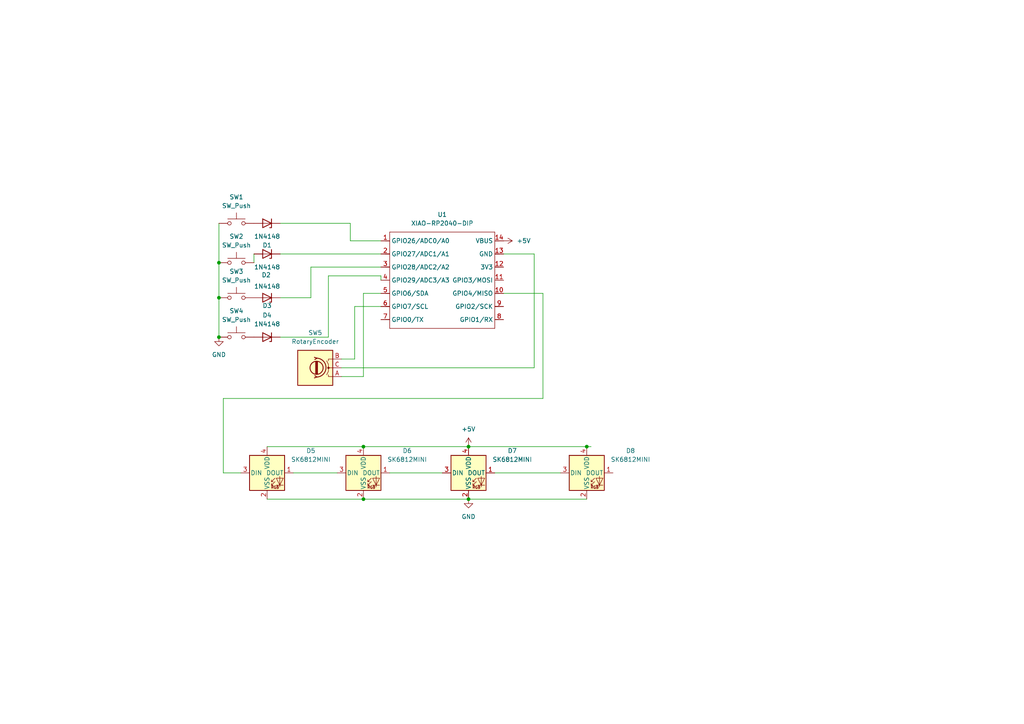
<source format=kicad_sch>
(kicad_sch
	(version 20250114)
	(generator "eeschema")
	(generator_version "9.0")
	(uuid "3edf6f0d-8501-476f-a651-afe38f6f2626")
	(paper "A4")
	(lib_symbols
		(symbol "Device:RotaryEncoder"
			(pin_names
				(offset 0.254)
				(hide yes)
			)
			(exclude_from_sim no)
			(in_bom yes)
			(on_board yes)
			(property "Reference" "SW"
				(at 0 6.604 0)
				(effects
					(font
						(size 1.27 1.27)
					)
				)
			)
			(property "Value" "RotaryEncoder"
				(at 0 -6.604 0)
				(effects
					(font
						(size 1.27 1.27)
					)
				)
			)
			(property "Footprint" ""
				(at -3.81 4.064 0)
				(effects
					(font
						(size 1.27 1.27)
					)
					(hide yes)
				)
			)
			(property "Datasheet" "~"
				(at 0 6.604 0)
				(effects
					(font
						(size 1.27 1.27)
					)
					(hide yes)
				)
			)
			(property "Description" "Rotary encoder, dual channel, incremental quadrate outputs"
				(at 0 0 0)
				(effects
					(font
						(size 1.27 1.27)
					)
					(hide yes)
				)
			)
			(property "ki_keywords" "rotary switch encoder"
				(at 0 0 0)
				(effects
					(font
						(size 1.27 1.27)
					)
					(hide yes)
				)
			)
			(property "ki_fp_filters" "RotaryEncoder*"
				(at 0 0 0)
				(effects
					(font
						(size 1.27 1.27)
					)
					(hide yes)
				)
			)
			(symbol "RotaryEncoder_0_1"
				(rectangle
					(start -5.08 5.08)
					(end 5.08 -5.08)
					(stroke
						(width 0.254)
						(type default)
					)
					(fill
						(type background)
					)
				)
				(polyline
					(pts
						(xy -5.08 2.54) (xy -3.81 2.54) (xy -3.81 2.032)
					)
					(stroke
						(width 0)
						(type default)
					)
					(fill
						(type none)
					)
				)
				(polyline
					(pts
						(xy -5.08 0) (xy -3.81 0) (xy -3.81 -1.016) (xy -3.302 -2.032)
					)
					(stroke
						(width 0)
						(type default)
					)
					(fill
						(type none)
					)
				)
				(polyline
					(pts
						(xy -5.08 -2.54) (xy -3.81 -2.54) (xy -3.81 -2.032)
					)
					(stroke
						(width 0)
						(type default)
					)
					(fill
						(type none)
					)
				)
				(polyline
					(pts
						(xy -4.318 0) (xy -3.81 0) (xy -3.81 1.016) (xy -3.302 2.032)
					)
					(stroke
						(width 0)
						(type default)
					)
					(fill
						(type none)
					)
				)
				(circle
					(center -3.81 0)
					(radius 0.254)
					(stroke
						(width 0)
						(type default)
					)
					(fill
						(type outline)
					)
				)
				(polyline
					(pts
						(xy -0.635 -1.778) (xy -0.635 1.778)
					)
					(stroke
						(width 0.254)
						(type default)
					)
					(fill
						(type none)
					)
				)
				(circle
					(center -0.381 0)
					(radius 1.905)
					(stroke
						(width 0.254)
						(type default)
					)
					(fill
						(type none)
					)
				)
				(polyline
					(pts
						(xy -0.381 -1.778) (xy -0.381 1.778)
					)
					(stroke
						(width 0.254)
						(type default)
					)
					(fill
						(type none)
					)
				)
				(arc
					(start -0.381 -2.794)
					(mid -3.0988 -0.0635)
					(end -0.381 2.667)
					(stroke
						(width 0.254)
						(type default)
					)
					(fill
						(type none)
					)
				)
				(polyline
					(pts
						(xy -0.127 1.778) (xy -0.127 -1.778)
					)
					(stroke
						(width 0.254)
						(type default)
					)
					(fill
						(type none)
					)
				)
				(polyline
					(pts
						(xy 0.254 2.921) (xy -0.508 2.667) (xy 0.127 2.286)
					)
					(stroke
						(width 0.254)
						(type default)
					)
					(fill
						(type none)
					)
				)
				(polyline
					(pts
						(xy 0.254 -3.048) (xy -0.508 -2.794) (xy 0.127 -2.413)
					)
					(stroke
						(width 0.254)
						(type default)
					)
					(fill
						(type none)
					)
				)
			)
			(symbol "RotaryEncoder_1_1"
				(pin passive line
					(at -7.62 2.54 0)
					(length 2.54)
					(name "A"
						(effects
							(font
								(size 1.27 1.27)
							)
						)
					)
					(number "A"
						(effects
							(font
								(size 1.27 1.27)
							)
						)
					)
				)
				(pin passive line
					(at -7.62 0 0)
					(length 2.54)
					(name "C"
						(effects
							(font
								(size 1.27 1.27)
							)
						)
					)
					(number "C"
						(effects
							(font
								(size 1.27 1.27)
							)
						)
					)
				)
				(pin passive line
					(at -7.62 -2.54 0)
					(length 2.54)
					(name "B"
						(effects
							(font
								(size 1.27 1.27)
							)
						)
					)
					(number "B"
						(effects
							(font
								(size 1.27 1.27)
							)
						)
					)
				)
			)
			(embedded_fonts no)
		)
		(symbol "Diode:1N47xxA"
			(pin_numbers
				(hide yes)
			)
			(pin_names
				(hide yes)
			)
			(exclude_from_sim no)
			(in_bom yes)
			(on_board yes)
			(property "Reference" "D"
				(at 0 2.54 0)
				(effects
					(font
						(size 1.27 1.27)
					)
				)
			)
			(property "Value" "1N47xxA"
				(at 0 -2.54 0)
				(effects
					(font
						(size 1.27 1.27)
					)
				)
			)
			(property "Footprint" "Diode_THT:D_DO-41_SOD81_P10.16mm_Horizontal"
				(at 0 -4.445 0)
				(effects
					(font
						(size 1.27 1.27)
					)
					(hide yes)
				)
			)
			(property "Datasheet" "https://www.vishay.com/docs/85816/1n4728a.pdf"
				(at 0 0 0)
				(effects
					(font
						(size 1.27 1.27)
					)
					(hide yes)
				)
			)
			(property "Description" "1300mW Silicon planar power Zener diodes, DO-41"
				(at 0 0 0)
				(effects
					(font
						(size 1.27 1.27)
					)
					(hide yes)
				)
			)
			(property "ki_keywords" "zener diode"
				(at 0 0 0)
				(effects
					(font
						(size 1.27 1.27)
					)
					(hide yes)
				)
			)
			(property "ki_fp_filters" "D*DO?41*"
				(at 0 0 0)
				(effects
					(font
						(size 1.27 1.27)
					)
					(hide yes)
				)
			)
			(symbol "1N47xxA_0_1"
				(polyline
					(pts
						(xy -1.27 -1.27) (xy -1.27 1.27) (xy -0.762 1.27)
					)
					(stroke
						(width 0.254)
						(type default)
					)
					(fill
						(type none)
					)
				)
				(polyline
					(pts
						(xy 1.27 0) (xy -1.27 0)
					)
					(stroke
						(width 0)
						(type default)
					)
					(fill
						(type none)
					)
				)
				(polyline
					(pts
						(xy 1.27 -1.27) (xy 1.27 1.27) (xy -1.27 0) (xy 1.27 -1.27)
					)
					(stroke
						(width 0.254)
						(type default)
					)
					(fill
						(type none)
					)
				)
			)
			(symbol "1N47xxA_1_1"
				(pin passive line
					(at -3.81 0 0)
					(length 2.54)
					(name "K"
						(effects
							(font
								(size 1.27 1.27)
							)
						)
					)
					(number "1"
						(effects
							(font
								(size 1.27 1.27)
							)
						)
					)
				)
				(pin passive line
					(at 3.81 0 180)
					(length 2.54)
					(name "A"
						(effects
							(font
								(size 1.27 1.27)
							)
						)
					)
					(number "2"
						(effects
							(font
								(size 1.27 1.27)
							)
						)
					)
				)
			)
			(embedded_fonts no)
		)
		(symbol "LED:SK6812MINI"
			(pin_names
				(offset 0.254)
			)
			(exclude_from_sim no)
			(in_bom yes)
			(on_board yes)
			(property "Reference" "D"
				(at 5.08 5.715 0)
				(effects
					(font
						(size 1.27 1.27)
					)
					(justify right bottom)
				)
			)
			(property "Value" "SK6812MINI"
				(at 1.27 -5.715 0)
				(effects
					(font
						(size 1.27 1.27)
					)
					(justify left top)
				)
			)
			(property "Footprint" "LED_SMD:LED_SK6812MINI_PLCC4_3.5x3.5mm_P1.75mm"
				(at 1.27 -7.62 0)
				(effects
					(font
						(size 1.27 1.27)
					)
					(justify left top)
					(hide yes)
				)
			)
			(property "Datasheet" "https://cdn-shop.adafruit.com/product-files/2686/SK6812MINI_REV.01-1-2.pdf"
				(at 2.54 -9.525 0)
				(effects
					(font
						(size 1.27 1.27)
					)
					(justify left top)
					(hide yes)
				)
			)
			(property "Description" "RGB LED with integrated controller"
				(at 0 0 0)
				(effects
					(font
						(size 1.27 1.27)
					)
					(hide yes)
				)
			)
			(property "ki_keywords" "RGB LED NeoPixel Mini addressable"
				(at 0 0 0)
				(effects
					(font
						(size 1.27 1.27)
					)
					(hide yes)
				)
			)
			(property "ki_fp_filters" "LED*SK6812MINI*PLCC*3.5x3.5mm*P1.75mm*"
				(at 0 0 0)
				(effects
					(font
						(size 1.27 1.27)
					)
					(hide yes)
				)
			)
			(symbol "SK6812MINI_0_0"
				(text "RGB"
					(at 2.286 -4.191 0)
					(effects
						(font
							(size 0.762 0.762)
						)
					)
				)
			)
			(symbol "SK6812MINI_0_1"
				(polyline
					(pts
						(xy 1.27 -2.54) (xy 1.778 -2.54)
					)
					(stroke
						(width 0)
						(type default)
					)
					(fill
						(type none)
					)
				)
				(polyline
					(pts
						(xy 1.27 -3.556) (xy 1.778 -3.556)
					)
					(stroke
						(width 0)
						(type default)
					)
					(fill
						(type none)
					)
				)
				(polyline
					(pts
						(xy 2.286 -1.524) (xy 1.27 -2.54) (xy 1.27 -2.032)
					)
					(stroke
						(width 0)
						(type default)
					)
					(fill
						(type none)
					)
				)
				(polyline
					(pts
						(xy 2.286 -2.54) (xy 1.27 -3.556) (xy 1.27 -3.048)
					)
					(stroke
						(width 0)
						(type default)
					)
					(fill
						(type none)
					)
				)
				(polyline
					(pts
						(xy 3.683 -1.016) (xy 3.683 -3.556) (xy 3.683 -4.064)
					)
					(stroke
						(width 0)
						(type default)
					)
					(fill
						(type none)
					)
				)
				(polyline
					(pts
						(xy 4.699 -1.524) (xy 2.667 -1.524) (xy 3.683 -3.556) (xy 4.699 -1.524)
					)
					(stroke
						(width 0)
						(type default)
					)
					(fill
						(type none)
					)
				)
				(polyline
					(pts
						(xy 4.699 -3.556) (xy 2.667 -3.556)
					)
					(stroke
						(width 0)
						(type default)
					)
					(fill
						(type none)
					)
				)
				(rectangle
					(start 5.08 5.08)
					(end -5.08 -5.08)
					(stroke
						(width 0.254)
						(type default)
					)
					(fill
						(type background)
					)
				)
			)
			(symbol "SK6812MINI_1_1"
				(pin input line
					(at -7.62 0 0)
					(length 2.54)
					(name "DIN"
						(effects
							(font
								(size 1.27 1.27)
							)
						)
					)
					(number "3"
						(effects
							(font
								(size 1.27 1.27)
							)
						)
					)
				)
				(pin power_in line
					(at 0 7.62 270)
					(length 2.54)
					(name "VDD"
						(effects
							(font
								(size 1.27 1.27)
							)
						)
					)
					(number "4"
						(effects
							(font
								(size 1.27 1.27)
							)
						)
					)
				)
				(pin power_in line
					(at 0 -7.62 90)
					(length 2.54)
					(name "VSS"
						(effects
							(font
								(size 1.27 1.27)
							)
						)
					)
					(number "2"
						(effects
							(font
								(size 1.27 1.27)
							)
						)
					)
				)
				(pin output line
					(at 7.62 0 180)
					(length 2.54)
					(name "DOUT"
						(effects
							(font
								(size 1.27 1.27)
							)
						)
					)
					(number "1"
						(effects
							(font
								(size 1.27 1.27)
							)
						)
					)
				)
			)
			(embedded_fonts no)
		)
		(symbol "OPL:XIAO-RP2040-DIP"
			(exclude_from_sim no)
			(in_bom yes)
			(on_board yes)
			(property "Reference" "U"
				(at 0 0 0)
				(effects
					(font
						(size 1.27 1.27)
					)
				)
			)
			(property "Value" "XIAO-RP2040-DIP"
				(at 5.334 -1.778 0)
				(effects
					(font
						(size 1.27 1.27)
					)
				)
			)
			(property "Footprint" "Module:MOUDLE14P-XIAO-DIP-SMD"
				(at 14.478 -32.258 0)
				(effects
					(font
						(size 1.27 1.27)
					)
					(hide yes)
				)
			)
			(property "Datasheet" ""
				(at 0 0 0)
				(effects
					(font
						(size 1.27 1.27)
					)
					(hide yes)
				)
			)
			(property "Description" ""
				(at 0 0 0)
				(effects
					(font
						(size 1.27 1.27)
					)
					(hide yes)
				)
			)
			(symbol "XIAO-RP2040-DIP_1_0"
				(polyline
					(pts
						(xy -1.27 -2.54) (xy 29.21 -2.54)
					)
					(stroke
						(width 0.1524)
						(type solid)
					)
					(fill
						(type none)
					)
				)
				(polyline
					(pts
						(xy -1.27 -5.08) (xy -2.54 -5.08)
					)
					(stroke
						(width 0.1524)
						(type solid)
					)
					(fill
						(type none)
					)
				)
				(polyline
					(pts
						(xy -1.27 -5.08) (xy -1.27 -2.54)
					)
					(stroke
						(width 0.1524)
						(type solid)
					)
					(fill
						(type none)
					)
				)
				(polyline
					(pts
						(xy -1.27 -8.89) (xy -2.54 -8.89)
					)
					(stroke
						(width 0.1524)
						(type solid)
					)
					(fill
						(type none)
					)
				)
				(polyline
					(pts
						(xy -1.27 -8.89) (xy -1.27 -5.08)
					)
					(stroke
						(width 0.1524)
						(type solid)
					)
					(fill
						(type none)
					)
				)
				(polyline
					(pts
						(xy -1.27 -12.7) (xy -2.54 -12.7)
					)
					(stroke
						(width 0.1524)
						(type solid)
					)
					(fill
						(type none)
					)
				)
				(polyline
					(pts
						(xy -1.27 -12.7) (xy -1.27 -8.89)
					)
					(stroke
						(width 0.1524)
						(type solid)
					)
					(fill
						(type none)
					)
				)
				(polyline
					(pts
						(xy -1.27 -16.51) (xy -2.54 -16.51)
					)
					(stroke
						(width 0.1524)
						(type solid)
					)
					(fill
						(type none)
					)
				)
				(polyline
					(pts
						(xy -1.27 -16.51) (xy -1.27 -12.7)
					)
					(stroke
						(width 0.1524)
						(type solid)
					)
					(fill
						(type none)
					)
				)
				(polyline
					(pts
						(xy -1.27 -20.32) (xy -2.54 -20.32)
					)
					(stroke
						(width 0.1524)
						(type solid)
					)
					(fill
						(type none)
					)
				)
				(polyline
					(pts
						(xy -1.27 -24.13) (xy -2.54 -24.13)
					)
					(stroke
						(width 0.1524)
						(type solid)
					)
					(fill
						(type none)
					)
				)
				(polyline
					(pts
						(xy -1.27 -27.94) (xy -2.54 -27.94)
					)
					(stroke
						(width 0.1524)
						(type solid)
					)
					(fill
						(type none)
					)
				)
				(polyline
					(pts
						(xy -1.27 -30.48) (xy -1.27 -16.51)
					)
					(stroke
						(width 0.1524)
						(type solid)
					)
					(fill
						(type none)
					)
				)
				(polyline
					(pts
						(xy 29.21 -2.54) (xy 29.21 -5.08)
					)
					(stroke
						(width 0.1524)
						(type solid)
					)
					(fill
						(type none)
					)
				)
				(polyline
					(pts
						(xy 29.21 -5.08) (xy 29.21 -8.89)
					)
					(stroke
						(width 0.1524)
						(type solid)
					)
					(fill
						(type none)
					)
				)
				(polyline
					(pts
						(xy 29.21 -8.89) (xy 29.21 -12.7)
					)
					(stroke
						(width 0.1524)
						(type solid)
					)
					(fill
						(type none)
					)
				)
				(polyline
					(pts
						(xy 29.21 -12.7) (xy 29.21 -30.48)
					)
					(stroke
						(width 0.1524)
						(type solid)
					)
					(fill
						(type none)
					)
				)
				(polyline
					(pts
						(xy 29.21 -30.48) (xy -1.27 -30.48)
					)
					(stroke
						(width 0.1524)
						(type solid)
					)
					(fill
						(type none)
					)
				)
				(polyline
					(pts
						(xy 30.48 -5.08) (xy 29.21 -5.08)
					)
					(stroke
						(width 0.1524)
						(type solid)
					)
					(fill
						(type none)
					)
				)
				(polyline
					(pts
						(xy 30.48 -8.89) (xy 29.21 -8.89)
					)
					(stroke
						(width 0.1524)
						(type solid)
					)
					(fill
						(type none)
					)
				)
				(polyline
					(pts
						(xy 30.48 -12.7) (xy 29.21 -12.7)
					)
					(stroke
						(width 0.1524)
						(type solid)
					)
					(fill
						(type none)
					)
				)
				(polyline
					(pts
						(xy 30.48 -16.51) (xy 29.21 -16.51)
					)
					(stroke
						(width 0.1524)
						(type solid)
					)
					(fill
						(type none)
					)
				)
				(polyline
					(pts
						(xy 30.48 -20.32) (xy 29.21 -20.32)
					)
					(stroke
						(width 0.1524)
						(type solid)
					)
					(fill
						(type none)
					)
				)
				(polyline
					(pts
						(xy 30.48 -24.13) (xy 29.21 -24.13)
					)
					(stroke
						(width 0.1524)
						(type solid)
					)
					(fill
						(type none)
					)
				)
				(polyline
					(pts
						(xy 30.48 -27.94) (xy 29.21 -27.94)
					)
					(stroke
						(width 0.1524)
						(type solid)
					)
					(fill
						(type none)
					)
				)
				(pin passive line
					(at -3.81 -5.08 0)
					(length 2.54)
					(name "GPIO26/ADC0/A0"
						(effects
							(font
								(size 1.27 1.27)
							)
						)
					)
					(number "1"
						(effects
							(font
								(size 1.27 1.27)
							)
						)
					)
				)
				(pin passive line
					(at -3.81 -8.89 0)
					(length 2.54)
					(name "GPIO27/ADC1/A1"
						(effects
							(font
								(size 1.27 1.27)
							)
						)
					)
					(number "2"
						(effects
							(font
								(size 1.27 1.27)
							)
						)
					)
				)
				(pin passive line
					(at -3.81 -12.7 0)
					(length 2.54)
					(name "GPIO28/ADC2/A2"
						(effects
							(font
								(size 1.27 1.27)
							)
						)
					)
					(number "3"
						(effects
							(font
								(size 1.27 1.27)
							)
						)
					)
				)
				(pin passive line
					(at -3.81 -16.51 0)
					(length 2.54)
					(name "GPIO29/ADC3/A3"
						(effects
							(font
								(size 1.27 1.27)
							)
						)
					)
					(number "4"
						(effects
							(font
								(size 1.27 1.27)
							)
						)
					)
				)
				(pin passive line
					(at -3.81 -20.32 0)
					(length 2.54)
					(name "GPIO6/SDA"
						(effects
							(font
								(size 1.27 1.27)
							)
						)
					)
					(number "5"
						(effects
							(font
								(size 1.27 1.27)
							)
						)
					)
				)
				(pin passive line
					(at -3.81 -24.13 0)
					(length 2.54)
					(name "GPIO7/SCL"
						(effects
							(font
								(size 1.27 1.27)
							)
						)
					)
					(number "6"
						(effects
							(font
								(size 1.27 1.27)
							)
						)
					)
				)
				(pin passive line
					(at -3.81 -27.94 0)
					(length 2.54)
					(name "GPIO0/TX"
						(effects
							(font
								(size 1.27 1.27)
							)
						)
					)
					(number "7"
						(effects
							(font
								(size 1.27 1.27)
							)
						)
					)
				)
				(pin passive line
					(at 31.75 -5.08 180)
					(length 2.54)
					(name "VBUS"
						(effects
							(font
								(size 1.27 1.27)
							)
						)
					)
					(number "14"
						(effects
							(font
								(size 1.27 1.27)
							)
						)
					)
				)
				(pin passive line
					(at 31.75 -8.89 180)
					(length 2.54)
					(name "GND"
						(effects
							(font
								(size 1.27 1.27)
							)
						)
					)
					(number "13"
						(effects
							(font
								(size 1.27 1.27)
							)
						)
					)
				)
				(pin passive line
					(at 31.75 -12.7 180)
					(length 2.54)
					(name "3V3"
						(effects
							(font
								(size 1.27 1.27)
							)
						)
					)
					(number "12"
						(effects
							(font
								(size 1.27 1.27)
							)
						)
					)
				)
				(pin passive line
					(at 31.75 -16.51 180)
					(length 2.54)
					(name "GPIO3/MOSI"
						(effects
							(font
								(size 1.27 1.27)
							)
						)
					)
					(number "11"
						(effects
							(font
								(size 1.27 1.27)
							)
						)
					)
				)
				(pin passive line
					(at 31.75 -20.32 180)
					(length 2.54)
					(name "GPIO4/MISO"
						(effects
							(font
								(size 1.27 1.27)
							)
						)
					)
					(number "10"
						(effects
							(font
								(size 1.27 1.27)
							)
						)
					)
				)
				(pin passive line
					(at 31.75 -24.13 180)
					(length 2.54)
					(name "GPIO2/SCK"
						(effects
							(font
								(size 1.27 1.27)
							)
						)
					)
					(number "9"
						(effects
							(font
								(size 1.27 1.27)
							)
						)
					)
				)
				(pin passive line
					(at 31.75 -27.94 180)
					(length 2.54)
					(name "GPIO1/RX"
						(effects
							(font
								(size 1.27 1.27)
							)
						)
					)
					(number "8"
						(effects
							(font
								(size 1.27 1.27)
							)
						)
					)
				)
			)
			(embedded_fonts no)
		)
		(symbol "Switch:SW_Push"
			(pin_numbers
				(hide yes)
			)
			(pin_names
				(offset 1.016)
				(hide yes)
			)
			(exclude_from_sim no)
			(in_bom yes)
			(on_board yes)
			(property "Reference" "SW"
				(at 1.27 2.54 0)
				(effects
					(font
						(size 1.27 1.27)
					)
					(justify left)
				)
			)
			(property "Value" "SW_Push"
				(at 0 -1.524 0)
				(effects
					(font
						(size 1.27 1.27)
					)
				)
			)
			(property "Footprint" ""
				(at 0 5.08 0)
				(effects
					(font
						(size 1.27 1.27)
					)
					(hide yes)
				)
			)
			(property "Datasheet" "~"
				(at 0 5.08 0)
				(effects
					(font
						(size 1.27 1.27)
					)
					(hide yes)
				)
			)
			(property "Description" "Push button switch, generic, two pins"
				(at 0 0 0)
				(effects
					(font
						(size 1.27 1.27)
					)
					(hide yes)
				)
			)
			(property "ki_keywords" "switch normally-open pushbutton push-button"
				(at 0 0 0)
				(effects
					(font
						(size 1.27 1.27)
					)
					(hide yes)
				)
			)
			(symbol "SW_Push_0_1"
				(circle
					(center -2.032 0)
					(radius 0.508)
					(stroke
						(width 0)
						(type default)
					)
					(fill
						(type none)
					)
				)
				(polyline
					(pts
						(xy 0 1.27) (xy 0 3.048)
					)
					(stroke
						(width 0)
						(type default)
					)
					(fill
						(type none)
					)
				)
				(circle
					(center 2.032 0)
					(radius 0.508)
					(stroke
						(width 0)
						(type default)
					)
					(fill
						(type none)
					)
				)
				(polyline
					(pts
						(xy 2.54 1.27) (xy -2.54 1.27)
					)
					(stroke
						(width 0)
						(type default)
					)
					(fill
						(type none)
					)
				)
				(pin passive line
					(at -5.08 0 0)
					(length 2.54)
					(name "1"
						(effects
							(font
								(size 1.27 1.27)
							)
						)
					)
					(number "1"
						(effects
							(font
								(size 1.27 1.27)
							)
						)
					)
				)
				(pin passive line
					(at 5.08 0 180)
					(length 2.54)
					(name "2"
						(effects
							(font
								(size 1.27 1.27)
							)
						)
					)
					(number "2"
						(effects
							(font
								(size 1.27 1.27)
							)
						)
					)
				)
			)
			(embedded_fonts no)
		)
		(symbol "power:+5V"
			(power)
			(pin_numbers
				(hide yes)
			)
			(pin_names
				(offset 0)
				(hide yes)
			)
			(exclude_from_sim no)
			(in_bom yes)
			(on_board yes)
			(property "Reference" "#PWR"
				(at 0 -3.81 0)
				(effects
					(font
						(size 1.27 1.27)
					)
					(hide yes)
				)
			)
			(property "Value" "+5V"
				(at 0 3.556 0)
				(effects
					(font
						(size 1.27 1.27)
					)
				)
			)
			(property "Footprint" ""
				(at 0 0 0)
				(effects
					(font
						(size 1.27 1.27)
					)
					(hide yes)
				)
			)
			(property "Datasheet" ""
				(at 0 0 0)
				(effects
					(font
						(size 1.27 1.27)
					)
					(hide yes)
				)
			)
			(property "Description" "Power symbol creates a global label with name \"+5V\""
				(at 0 0 0)
				(effects
					(font
						(size 1.27 1.27)
					)
					(hide yes)
				)
			)
			(property "ki_keywords" "global power"
				(at 0 0 0)
				(effects
					(font
						(size 1.27 1.27)
					)
					(hide yes)
				)
			)
			(symbol "+5V_0_1"
				(polyline
					(pts
						(xy -0.762 1.27) (xy 0 2.54)
					)
					(stroke
						(width 0)
						(type default)
					)
					(fill
						(type none)
					)
				)
				(polyline
					(pts
						(xy 0 2.54) (xy 0.762 1.27)
					)
					(stroke
						(width 0)
						(type default)
					)
					(fill
						(type none)
					)
				)
				(polyline
					(pts
						(xy 0 0) (xy 0 2.54)
					)
					(stroke
						(width 0)
						(type default)
					)
					(fill
						(type none)
					)
				)
			)
			(symbol "+5V_1_1"
				(pin power_in line
					(at 0 0 90)
					(length 0)
					(name "~"
						(effects
							(font
								(size 1.27 1.27)
							)
						)
					)
					(number "1"
						(effects
							(font
								(size 1.27 1.27)
							)
						)
					)
				)
			)
			(embedded_fonts no)
		)
		(symbol "power:GND"
			(power)
			(pin_numbers
				(hide yes)
			)
			(pin_names
				(offset 0)
				(hide yes)
			)
			(exclude_from_sim no)
			(in_bom yes)
			(on_board yes)
			(property "Reference" "#PWR"
				(at 0 -6.35 0)
				(effects
					(font
						(size 1.27 1.27)
					)
					(hide yes)
				)
			)
			(property "Value" "GND"
				(at 0 -3.81 0)
				(effects
					(font
						(size 1.27 1.27)
					)
				)
			)
			(property "Footprint" ""
				(at 0 0 0)
				(effects
					(font
						(size 1.27 1.27)
					)
					(hide yes)
				)
			)
			(property "Datasheet" ""
				(at 0 0 0)
				(effects
					(font
						(size 1.27 1.27)
					)
					(hide yes)
				)
			)
			(property "Description" "Power symbol creates a global label with name \"GND\" , ground"
				(at 0 0 0)
				(effects
					(font
						(size 1.27 1.27)
					)
					(hide yes)
				)
			)
			(property "ki_keywords" "global power"
				(at 0 0 0)
				(effects
					(font
						(size 1.27 1.27)
					)
					(hide yes)
				)
			)
			(symbol "GND_0_1"
				(polyline
					(pts
						(xy 0 0) (xy 0 -1.27) (xy 1.27 -1.27) (xy 0 -2.54) (xy -1.27 -1.27) (xy 0 -1.27)
					)
					(stroke
						(width 0)
						(type default)
					)
					(fill
						(type none)
					)
				)
			)
			(symbol "GND_1_1"
				(pin power_in line
					(at 0 0 270)
					(length 0)
					(name "~"
						(effects
							(font
								(size 1.27 1.27)
							)
						)
					)
					(number "1"
						(effects
							(font
								(size 1.27 1.27)
							)
						)
					)
				)
			)
			(embedded_fonts no)
		)
	)
	(junction
		(at 63.5 97.79)
		(diameter 0)
		(color 0 0 0 0)
		(uuid "3ed3037f-b6e4-44ab-91f4-5a2a54a2a66e")
	)
	(junction
		(at 135.89 129.54)
		(diameter 0)
		(color 0 0 0 0)
		(uuid "5196a624-7efb-4274-9439-283070e12f94")
	)
	(junction
		(at 63.5 76.2)
		(diameter 0)
		(color 0 0 0 0)
		(uuid "6c7f6305-52b9-4aa4-b879-71514ef658b6")
	)
	(junction
		(at 170.18 129.54)
		(diameter 0)
		(color 0 0 0 0)
		(uuid "a646a0fc-6827-43a0-8fd7-7a2f7166689a")
	)
	(junction
		(at 63.5 86.36)
		(diameter 0)
		(color 0 0 0 0)
		(uuid "bc2772c9-f149-4bd7-86a9-6c829f1c1595")
	)
	(junction
		(at 105.41 129.54)
		(diameter 0)
		(color 0 0 0 0)
		(uuid "cac35d06-0cd2-4fc3-8c4d-c13169d67ab4")
	)
	(junction
		(at 135.89 144.78)
		(diameter 0)
		(color 0 0 0 0)
		(uuid "e052d237-4720-4471-9bba-92e4c4148a6f")
	)
	(junction
		(at 105.41 144.78)
		(diameter 0)
		(color 0 0 0 0)
		(uuid "e3035f70-2d5b-4d7c-9075-1784f36a901b")
	)
	(wire
		(pts
			(xy 64.77 137.16) (xy 64.77 115.57)
		)
		(stroke
			(width 0)
			(type default)
		)
		(uuid "11ce6d04-0268-484e-affd-d60aceb3c71e")
	)
	(wire
		(pts
			(xy 146.05 73.66) (xy 154.94 73.66)
		)
		(stroke
			(width 0)
			(type default)
		)
		(uuid "299748ed-647b-41f9-9ec5-b4517004374c")
	)
	(wire
		(pts
			(xy 99.06 109.22) (xy 105.41 109.22)
		)
		(stroke
			(width 0)
			(type default)
		)
		(uuid "30f8d70b-dc01-46af-a101-2da797afa8c1")
	)
	(wire
		(pts
			(xy 81.28 97.79) (xy 95.25 97.79)
		)
		(stroke
			(width 0)
			(type default)
		)
		(uuid "341b26ea-d2b6-4acf-8331-9cab29c79937")
	)
	(wire
		(pts
			(xy 105.41 129.54) (xy 135.89 129.54)
		)
		(stroke
			(width 0)
			(type default)
		)
		(uuid "3686c995-fc2a-4ebf-96a1-2aa98cc5cdb3")
	)
	(wire
		(pts
			(xy 143.51 137.16) (xy 162.56 137.16)
		)
		(stroke
			(width 0)
			(type default)
		)
		(uuid "3d5531ac-bca3-47cc-978f-735009609abf")
	)
	(wire
		(pts
			(xy 110.49 80.01) (xy 110.49 81.28)
		)
		(stroke
			(width 0)
			(type default)
		)
		(uuid "3d612516-e855-4607-9baf-d6b77688581f")
	)
	(wire
		(pts
			(xy 171.45 129.54) (xy 170.18 129.54)
		)
		(stroke
			(width 0)
			(type default)
		)
		(uuid "458e6021-6077-480c-bb7f-514d9ad6d091")
	)
	(wire
		(pts
			(xy 99.06 104.14) (xy 102.87 104.14)
		)
		(stroke
			(width 0)
			(type default)
		)
		(uuid "5c58b98d-1a7f-4f79-bc30-05d311ad23f2")
	)
	(wire
		(pts
			(xy 102.87 88.9) (xy 110.49 88.9)
		)
		(stroke
			(width 0)
			(type default)
		)
		(uuid "60d0a69a-294c-41ee-9dc7-ef9a3b52f692")
	)
	(wire
		(pts
			(xy 157.48 85.09) (xy 146.05 85.09)
		)
		(stroke
			(width 0)
			(type default)
		)
		(uuid "6110c0dd-7f79-4a76-a5d6-0a46b9773609")
	)
	(wire
		(pts
			(xy 69.85 137.16) (xy 64.77 137.16)
		)
		(stroke
			(width 0)
			(type default)
		)
		(uuid "67ef31cf-ad5c-4b76-827d-5cf8d09fffea")
	)
	(wire
		(pts
			(xy 95.25 97.79) (xy 95.25 80.01)
		)
		(stroke
			(width 0)
			(type default)
		)
		(uuid "768c15fb-43d6-46d8-87d5-00038aaf65a4")
	)
	(wire
		(pts
			(xy 101.6 64.77) (xy 101.6 69.85)
		)
		(stroke
			(width 0)
			(type default)
		)
		(uuid "7a6a3b4a-4474-4928-976b-dbcff92eee0a")
	)
	(wire
		(pts
			(xy 90.17 86.36) (xy 90.17 77.47)
		)
		(stroke
			(width 0)
			(type default)
		)
		(uuid "811a0e78-b0a3-4a5a-a667-c187239d5e74")
	)
	(wire
		(pts
			(xy 105.41 109.22) (xy 105.41 85.09)
		)
		(stroke
			(width 0)
			(type default)
		)
		(uuid "83b2c676-da0c-44d9-afd7-073506b7939c")
	)
	(wire
		(pts
			(xy 90.17 77.47) (xy 110.49 77.47)
		)
		(stroke
			(width 0)
			(type default)
		)
		(uuid "8443fc3b-49f4-46c4-8bdb-3ef8e6f14b2d")
	)
	(wire
		(pts
			(xy 85.09 137.16) (xy 97.79 137.16)
		)
		(stroke
			(width 0)
			(type default)
		)
		(uuid "921cbd2a-ba1c-49ae-aaa0-79ddbdbc3d90")
	)
	(wire
		(pts
			(xy 135.89 144.78) (xy 170.18 144.78)
		)
		(stroke
			(width 0)
			(type default)
		)
		(uuid "92ece010-1b33-4f82-a9f6-fd21b4d7151b")
	)
	(wire
		(pts
			(xy 157.48 115.57) (xy 157.48 85.09)
		)
		(stroke
			(width 0)
			(type default)
		)
		(uuid "96423929-1926-40b3-b61f-fa70d466f125")
	)
	(wire
		(pts
			(xy 105.41 144.78) (xy 135.89 144.78)
		)
		(stroke
			(width 0)
			(type default)
		)
		(uuid "a6857afc-af55-4b14-b029-16972aabfefa")
	)
	(wire
		(pts
			(xy 113.03 137.16) (xy 128.27 137.16)
		)
		(stroke
			(width 0)
			(type default)
		)
		(uuid "aab85e6a-b640-45a7-ad12-d47f73f9230d")
	)
	(wire
		(pts
			(xy 63.5 86.36) (xy 63.5 97.79)
		)
		(stroke
			(width 0)
			(type default)
		)
		(uuid "af14da06-b508-4dd0-afca-ece68802b67d")
	)
	(wire
		(pts
			(xy 101.6 69.85) (xy 110.49 69.85)
		)
		(stroke
			(width 0)
			(type default)
		)
		(uuid "b6fec6d2-8a21-4dcb-a01e-7f263fddf6cc")
	)
	(wire
		(pts
			(xy 154.94 106.68) (xy 154.94 73.66)
		)
		(stroke
			(width 0)
			(type default)
		)
		(uuid "bc17f2ae-288e-45c9-a8fe-43cca132be54")
	)
	(wire
		(pts
			(xy 64.77 115.57) (xy 157.48 115.57)
		)
		(stroke
			(width 0)
			(type default)
		)
		(uuid "c2dbc002-7d2b-470b-a1f0-22c60f0eda62")
	)
	(wire
		(pts
			(xy 81.28 73.66) (xy 110.49 73.66)
		)
		(stroke
			(width 0)
			(type default)
		)
		(uuid "c3e99415-0003-49cc-b1d3-590d2254f69e")
	)
	(wire
		(pts
			(xy 99.06 106.68) (xy 154.94 106.68)
		)
		(stroke
			(width 0)
			(type default)
		)
		(uuid "c5919694-2e7d-4b50-8a36-4de33a76e1f4")
	)
	(wire
		(pts
			(xy 63.5 76.2) (xy 63.5 86.36)
		)
		(stroke
			(width 0)
			(type default)
		)
		(uuid "c972bbc1-593b-4562-af94-01f306f609a6")
	)
	(wire
		(pts
			(xy 77.47 129.54) (xy 105.41 129.54)
		)
		(stroke
			(width 0)
			(type default)
		)
		(uuid "cb742e7b-e369-45b0-a969-18b6f948e3e3")
	)
	(wire
		(pts
			(xy 73.66 73.66) (xy 73.66 76.2)
		)
		(stroke
			(width 0)
			(type default)
		)
		(uuid "dd95385a-1336-45ae-ae14-f3d0ae2c94bf")
	)
	(wire
		(pts
			(xy 102.87 104.14) (xy 102.87 88.9)
		)
		(stroke
			(width 0)
			(type default)
		)
		(uuid "e240532f-406b-4ba2-92cb-aaed48aff4ec")
	)
	(wire
		(pts
			(xy 95.25 80.01) (xy 110.49 80.01)
		)
		(stroke
			(width 0)
			(type default)
		)
		(uuid "e5493df9-ee29-4747-a388-21045779c757")
	)
	(wire
		(pts
			(xy 63.5 64.77) (xy 63.5 76.2)
		)
		(stroke
			(width 0)
			(type default)
		)
		(uuid "e7660507-e1c3-4452-a7ea-7c796247dc46")
	)
	(wire
		(pts
			(xy 105.41 85.09) (xy 110.49 85.09)
		)
		(stroke
			(width 0)
			(type default)
		)
		(uuid "ee1068f0-8d01-4c4f-9d0f-d2ead7c72bb2")
	)
	(wire
		(pts
			(xy 77.47 144.78) (xy 105.41 144.78)
		)
		(stroke
			(width 0)
			(type default)
		)
		(uuid "f9a0ab5e-bd51-4ca2-b942-7be099dba4f0")
	)
	(wire
		(pts
			(xy 81.28 86.36) (xy 90.17 86.36)
		)
		(stroke
			(width 0)
			(type default)
		)
		(uuid "f9ad7c29-4f56-4169-9b73-b6aae592f86d")
	)
	(wire
		(pts
			(xy 81.28 64.77) (xy 101.6 64.77)
		)
		(stroke
			(width 0)
			(type default)
		)
		(uuid "fe354071-e5a4-4d73-a14c-d207fff94fa8")
	)
	(wire
		(pts
			(xy 135.89 129.54) (xy 170.18 129.54)
		)
		(stroke
			(width 0)
			(type default)
		)
		(uuid "ff9a9c03-3302-47ef-abd8-735d15e6fec0")
	)
	(symbol
		(lib_id "Diode:1N47xxA")
		(at 77.47 97.79 180)
		(unit 1)
		(exclude_from_sim no)
		(in_bom yes)
		(on_board yes)
		(dnp no)
		(fields_autoplaced yes)
		(uuid "2e82bac5-8e88-4a20-bc01-adf87ba1b78d")
		(property "Reference" "D4"
			(at 77.47 91.44 0)
			(effects
				(font
					(size 1.27 1.27)
				)
			)
		)
		(property "Value" "1N4148"
			(at 77.47 93.98 0)
			(effects
				(font
					(size 1.27 1.27)
				)
			)
		)
		(property "Footprint" "Diode_THT:D_DO-41_SOD81_P10.16mm_Horizontal"
			(at 77.47 93.345 0)
			(effects
				(font
					(size 1.27 1.27)
				)
				(hide yes)
			)
		)
		(property "Datasheet" "https://www.vishay.com/docs/85816/1n4728a.pdf"
			(at 77.47 97.79 0)
			(effects
				(font
					(size 1.27 1.27)
				)
				(hide yes)
			)
		)
		(property "Description" "1300mW Silicon planar power Zener diodes, DO-41"
			(at 77.47 97.79 0)
			(effects
				(font
					(size 1.27 1.27)
				)
				(hide yes)
			)
		)
		(pin "1"
			(uuid "c53f5320-9d8c-4000-9d94-b2c9015fffd1")
		)
		(pin "2"
			(uuid "f0e75069-7a39-40b5-89a1-a30f982ed600")
		)
		(instances
			(project ""
				(path "/3edf6f0d-8501-476f-a651-afe38f6f2626"
					(reference "D4")
					(unit 1)
				)
			)
		)
	)
	(symbol
		(lib_id "Switch:SW_Push")
		(at 68.58 76.2 0)
		(unit 1)
		(exclude_from_sim no)
		(in_bom yes)
		(on_board yes)
		(dnp no)
		(fields_autoplaced yes)
		(uuid "38d01733-99bf-435c-bc53-62dd851ddf6b")
		(property "Reference" "SW2"
			(at 68.58 68.58 0)
			(effects
				(font
					(size 1.27 1.27)
				)
			)
		)
		(property "Value" "SW_Push"
			(at 68.58 71.12 0)
			(effects
				(font
					(size 1.27 1.27)
				)
			)
		)
		(property "Footprint" "Button_Switch_Keyboard:SW_Cherry_MX_1.00u_PCB"
			(at 68.58 71.12 0)
			(effects
				(font
					(size 1.27 1.27)
				)
				(hide yes)
			)
		)
		(property "Datasheet" "~"
			(at 68.58 71.12 0)
			(effects
				(font
					(size 1.27 1.27)
				)
				(hide yes)
			)
		)
		(property "Description" "Push button switch, generic, two pins"
			(at 68.58 76.2 0)
			(effects
				(font
					(size 1.27 1.27)
				)
				(hide yes)
			)
		)
		(pin "1"
			(uuid "51e50f92-38ef-42c9-8300-c95dbb978918")
		)
		(pin "2"
			(uuid "ce639bf1-b12f-4bf0-bd13-d31d339b7ee8")
		)
		(instances
			(project ""
				(path "/3edf6f0d-8501-476f-a651-afe38f6f2626"
					(reference "SW2")
					(unit 1)
				)
			)
		)
	)
	(symbol
		(lib_id "Diode:1N47xxA")
		(at 77.47 73.66 180)
		(unit 1)
		(exclude_from_sim no)
		(in_bom yes)
		(on_board yes)
		(dnp no)
		(uuid "3b50fe10-682e-4ac9-9041-653c7ede8cd9")
		(property "Reference" "D2"
			(at 77.216 79.756 0)
			(effects
				(font
					(size 1.27 1.27)
				)
			)
		)
		(property "Value" "1N4148"
			(at 77.47 77.47 0)
			(effects
				(font
					(size 1.27 1.27)
				)
			)
		)
		(property "Footprint" "Diode_THT:D_DO-41_SOD81_P10.16mm_Horizontal"
			(at 77.47 69.215 0)
			(effects
				(font
					(size 1.27 1.27)
				)
				(hide yes)
			)
		)
		(property "Datasheet" "https://www.vishay.com/docs/85816/1n4728a.pdf"
			(at 77.47 73.66 0)
			(effects
				(font
					(size 1.27 1.27)
				)
				(hide yes)
			)
		)
		(property "Description" "1300mW Silicon planar power Zener diodes, DO-41"
			(at 77.47 73.66 0)
			(effects
				(font
					(size 1.27 1.27)
				)
				(hide yes)
			)
		)
		(pin "2"
			(uuid "427c8e09-b788-45d4-919a-61d405868086")
		)
		(pin "1"
			(uuid "2c243b82-e4c8-4a03-8959-fca9a8415618")
		)
		(instances
			(project ""
				(path "/3edf6f0d-8501-476f-a651-afe38f6f2626"
					(reference "D2")
					(unit 1)
				)
			)
		)
	)
	(symbol
		(lib_id "Diode:1N47xxA")
		(at 77.47 64.77 180)
		(unit 1)
		(exclude_from_sim no)
		(in_bom yes)
		(on_board yes)
		(dnp no)
		(uuid "3d7a0cb1-7e54-4eaf-ad5a-a6969382cd72")
		(property "Reference" "D1"
			(at 77.47 71.12 0)
			(effects
				(font
					(size 1.27 1.27)
				)
			)
		)
		(property "Value" "1N4148"
			(at 77.47 68.58 0)
			(effects
				(font
					(size 1.27 1.27)
				)
			)
		)
		(property "Footprint" "Diode_THT:D_DO-41_SOD81_P10.16mm_Horizontal"
			(at 77.47 60.325 0)
			(effects
				(font
					(size 1.27 1.27)
				)
				(hide yes)
			)
		)
		(property "Datasheet" "https://www.vishay.com/docs/85816/1n4728a.pdf"
			(at 77.47 64.77 0)
			(effects
				(font
					(size 1.27 1.27)
				)
				(hide yes)
			)
		)
		(property "Description" "1300mW Silicon planar power Zener diodes, DO-41"
			(at 77.47 64.77 0)
			(effects
				(font
					(size 1.27 1.27)
				)
				(hide yes)
			)
		)
		(pin "1"
			(uuid "ea680bed-a9da-484b-9752-95870d2f2d4c")
		)
		(pin "2"
			(uuid "c6e50903-6b8b-4f3c-9f55-eea1cd87e3d0")
		)
		(instances
			(project ""
				(path "/3edf6f0d-8501-476f-a651-afe38f6f2626"
					(reference "D1")
					(unit 1)
				)
			)
		)
	)
	(symbol
		(lib_id "LED:SK6812MINI")
		(at 77.47 137.16 0)
		(unit 1)
		(exclude_from_sim no)
		(in_bom yes)
		(on_board yes)
		(dnp no)
		(fields_autoplaced yes)
		(uuid "4442cded-99a9-45b5-b843-04a085ed4b3f")
		(property "Reference" "D5"
			(at 90.17 130.7398 0)
			(effects
				(font
					(size 1.27 1.27)
				)
			)
		)
		(property "Value" "SK6812MINI"
			(at 90.17 133.2798 0)
			(effects
				(font
					(size 1.27 1.27)
				)
			)
		)
		(property "Footprint" "LED_SMD:LED_SK6812MINI_PLCC4_3.5x3.5mm_P1.75mm"
			(at 78.74 144.78 0)
			(effects
				(font
					(size 1.27 1.27)
				)
				(justify left top)
				(hide yes)
			)
		)
		(property "Datasheet" "https://cdn-shop.adafruit.com/product-files/2686/SK6812MINI_REV.01-1-2.pdf"
			(at 80.01 146.685 0)
			(effects
				(font
					(size 1.27 1.27)
				)
				(justify left top)
				(hide yes)
			)
		)
		(property "Description" "RGB LED with integrated controller"
			(at 77.47 137.16 0)
			(effects
				(font
					(size 1.27 1.27)
				)
				(hide yes)
			)
		)
		(pin "1"
			(uuid "b0277e28-8d2d-42c1-aae0-2fecec5f174b")
		)
		(pin "4"
			(uuid "6991a432-94ed-4613-9fde-3a59d3292098")
		)
		(pin "2"
			(uuid "640aacc6-09e4-4bff-9672-12f39b99b89f")
		)
		(pin "3"
			(uuid "32964457-9c6f-44e8-9ccc-5910f0f4982e")
		)
		(instances
			(project ""
				(path "/3edf6f0d-8501-476f-a651-afe38f6f2626"
					(reference "D5")
					(unit 1)
				)
			)
		)
	)
	(symbol
		(lib_id "Switch:SW_Push")
		(at 68.58 64.77 0)
		(unit 1)
		(exclude_from_sim no)
		(in_bom yes)
		(on_board yes)
		(dnp no)
		(fields_autoplaced yes)
		(uuid "4a42c690-b194-46e9-a129-56a83503f7ea")
		(property "Reference" "SW1"
			(at 68.58 57.15 0)
			(effects
				(font
					(size 1.27 1.27)
				)
			)
		)
		(property "Value" "SW_Push"
			(at 68.58 59.69 0)
			(effects
				(font
					(size 1.27 1.27)
				)
			)
		)
		(property "Footprint" "Button_Switch_Keyboard:SW_Cherry_MX_1.00u_PCB"
			(at 68.58 59.69 0)
			(effects
				(font
					(size 1.27 1.27)
				)
				(hide yes)
			)
		)
		(property "Datasheet" "~"
			(at 68.58 59.69 0)
			(effects
				(font
					(size 1.27 1.27)
				)
				(hide yes)
			)
		)
		(property "Description" "Push button switch, generic, two pins"
			(at 68.58 64.77 0)
			(effects
				(font
					(size 1.27 1.27)
				)
				(hide yes)
			)
		)
		(pin "2"
			(uuid "787d3427-4b88-42ea-ac31-a41cc4e2fc96")
		)
		(pin "1"
			(uuid "ae32a64d-1276-44d3-a116-cf1bf4db8cc8")
		)
		(instances
			(project ""
				(path "/3edf6f0d-8501-476f-a651-afe38f6f2626"
					(reference "SW1")
					(unit 1)
				)
			)
		)
	)
	(symbol
		(lib_id "Diode:1N47xxA")
		(at 77.47 86.36 180)
		(unit 1)
		(exclude_from_sim no)
		(in_bom yes)
		(on_board yes)
		(dnp no)
		(uuid "63c4d01b-60ae-4e89-9826-9f02f6659b17")
		(property "Reference" "D3"
			(at 77.47 88.646 0)
			(effects
				(font
					(size 1.27 1.27)
				)
			)
		)
		(property "Value" "1N4148"
			(at 77.47 83.058 0)
			(effects
				(font
					(size 1.27 1.27)
				)
			)
		)
		(property "Footprint" "Diode_THT:D_DO-41_SOD81_P10.16mm_Horizontal"
			(at 77.47 81.915 0)
			(effects
				(font
					(size 1.27 1.27)
				)
				(hide yes)
			)
		)
		(property "Datasheet" "https://www.vishay.com/docs/85816/1n4728a.pdf"
			(at 77.47 86.36 0)
			(effects
				(font
					(size 1.27 1.27)
				)
				(hide yes)
			)
		)
		(property "Description" "1300mW Silicon planar power Zener diodes, DO-41"
			(at 77.47 86.36 0)
			(effects
				(font
					(size 1.27 1.27)
				)
				(hide yes)
			)
		)
		(pin "2"
			(uuid "2ee9b353-fe35-498e-85d4-87ccfee8833f")
		)
		(pin "1"
			(uuid "3ab423f1-a56b-4f93-af4d-e25fc105daef")
		)
		(instances
			(project ""
				(path "/3edf6f0d-8501-476f-a651-afe38f6f2626"
					(reference "D3")
					(unit 1)
				)
			)
		)
	)
	(symbol
		(lib_id "power:+5V")
		(at 146.05 69.85 270)
		(unit 1)
		(exclude_from_sim no)
		(in_bom yes)
		(on_board yes)
		(dnp no)
		(fields_autoplaced yes)
		(uuid "7bc8eec9-5b9f-44a5-8eea-8bd75c8725d5")
		(property "Reference" "#PWR04"
			(at 142.24 69.85 0)
			(effects
				(font
					(size 1.27 1.27)
				)
				(hide yes)
			)
		)
		(property "Value" "+5V"
			(at 149.86 69.8499 90)
			(effects
				(font
					(size 1.27 1.27)
				)
				(justify left)
			)
		)
		(property "Footprint" ""
			(at 146.05 69.85 0)
			(effects
				(font
					(size 1.27 1.27)
				)
				(hide yes)
			)
		)
		(property "Datasheet" ""
			(at 146.05 69.85 0)
			(effects
				(font
					(size 1.27 1.27)
				)
				(hide yes)
			)
		)
		(property "Description" "Power symbol creates a global label with name \"+5V\""
			(at 146.05 69.85 0)
			(effects
				(font
					(size 1.27 1.27)
				)
				(hide yes)
			)
		)
		(pin "1"
			(uuid "23241b95-e1d3-46f0-bbe4-ac9775edd35e")
		)
		(instances
			(project ""
				(path "/3edf6f0d-8501-476f-a651-afe38f6f2626"
					(reference "#PWR04")
					(unit 1)
				)
			)
		)
	)
	(symbol
		(lib_id "Device:RotaryEncoder")
		(at 91.44 106.68 180)
		(unit 1)
		(exclude_from_sim no)
		(in_bom yes)
		(on_board yes)
		(dnp no)
		(fields_autoplaced yes)
		(uuid "7de1ef15-9d7c-461e-bcbb-2654e317b2b1")
		(property "Reference" "SW5"
			(at 91.44 96.52 0)
			(effects
				(font
					(size 1.27 1.27)
				)
			)
		)
		(property "Value" "RotaryEncoder"
			(at 91.44 99.06 0)
			(effects
				(font
					(size 1.27 1.27)
				)
			)
		)
		(property "Footprint" "Rotary_Encoder:RotaryEncoder_Alps_EC12E_Vertical_H20mm"
			(at 95.25 110.744 0)
			(effects
				(font
					(size 1.27 1.27)
				)
				(hide yes)
			)
		)
		(property "Datasheet" "~"
			(at 91.44 113.284 0)
			(effects
				(font
					(size 1.27 1.27)
				)
				(hide yes)
			)
		)
		(property "Description" "Rotary encoder, dual channel, incremental quadrate outputs"
			(at 91.44 106.68 0)
			(effects
				(font
					(size 1.27 1.27)
				)
				(hide yes)
			)
		)
		(pin "B"
			(uuid "5d0d62c4-fc47-4f16-976e-9cfe10677bec")
		)
		(pin "A"
			(uuid "3c40722b-aca0-430f-b069-e4da9acf00f7")
		)
		(pin "C"
			(uuid "8487227b-022d-4116-b739-de4fd72c0d7f")
		)
		(instances
			(project ""
				(path "/3edf6f0d-8501-476f-a651-afe38f6f2626"
					(reference "SW5")
					(unit 1)
				)
			)
		)
	)
	(symbol
		(lib_id "Switch:SW_Push")
		(at 68.58 97.79 0)
		(unit 1)
		(exclude_from_sim no)
		(in_bom yes)
		(on_board yes)
		(dnp no)
		(fields_autoplaced yes)
		(uuid "adbf6da8-1606-412a-bdef-cc0fea1fefec")
		(property "Reference" "SW4"
			(at 68.58 90.17 0)
			(effects
				(font
					(size 1.27 1.27)
				)
			)
		)
		(property "Value" "SW_Push"
			(at 68.58 92.71 0)
			(effects
				(font
					(size 1.27 1.27)
				)
			)
		)
		(property "Footprint" "Button_Switch_Keyboard:SW_Cherry_MX_1.00u_PCB"
			(at 68.58 92.71 0)
			(effects
				(font
					(size 1.27 1.27)
				)
				(hide yes)
			)
		)
		(property "Datasheet" "~"
			(at 68.58 92.71 0)
			(effects
				(font
					(size 1.27 1.27)
				)
				(hide yes)
			)
		)
		(property "Description" "Push button switch, generic, two pins"
			(at 68.58 97.79 0)
			(effects
				(font
					(size 1.27 1.27)
				)
				(hide yes)
			)
		)
		(pin "2"
			(uuid "b5242e62-42ff-4ac1-8187-7a039ba16a1e")
		)
		(pin "1"
			(uuid "c00cb54c-e7d1-4466-9234-f452f2a8cc20")
		)
		(instances
			(project ""
				(path "/3edf6f0d-8501-476f-a651-afe38f6f2626"
					(reference "SW4")
					(unit 1)
				)
			)
		)
	)
	(symbol
		(lib_id "LED:SK6812MINI")
		(at 170.18 137.16 0)
		(unit 1)
		(exclude_from_sim no)
		(in_bom yes)
		(on_board yes)
		(dnp no)
		(fields_autoplaced yes)
		(uuid "b37cd436-a959-4472-8e2d-825c8eac4879")
		(property "Reference" "D8"
			(at 182.88 130.7398 0)
			(effects
				(font
					(size 1.27 1.27)
				)
			)
		)
		(property "Value" "SK6812MINI"
			(at 182.88 133.2798 0)
			(effects
				(font
					(size 1.27 1.27)
				)
			)
		)
		(property "Footprint" "LED_SMD:LED_SK6812MINI_PLCC4_3.5x3.5mm_P1.75mm"
			(at 171.45 144.78 0)
			(effects
				(font
					(size 1.27 1.27)
				)
				(justify left top)
				(hide yes)
			)
		)
		(property "Datasheet" "https://cdn-shop.adafruit.com/product-files/2686/SK6812MINI_REV.01-1-2.pdf"
			(at 172.72 146.685 0)
			(effects
				(font
					(size 1.27 1.27)
				)
				(justify left top)
				(hide yes)
			)
		)
		(property "Description" "RGB LED with integrated controller"
			(at 170.18 137.16 0)
			(effects
				(font
					(size 1.27 1.27)
				)
				(hide yes)
			)
		)
		(pin "2"
			(uuid "cbd955d0-0a7f-49e2-b8bf-28181221603f")
		)
		(pin "3"
			(uuid "4466c7f5-ef3a-4b71-a4ce-00e2b4c93e25")
		)
		(pin "4"
			(uuid "bfbc880e-22c0-4de1-b7a5-823bc177abc1")
		)
		(pin "1"
			(uuid "4f2254cd-27f7-46a9-98ba-0e7d92f79a76")
		)
		(instances
			(project ""
				(path "/3edf6f0d-8501-476f-a651-afe38f6f2626"
					(reference "D8")
					(unit 1)
				)
			)
		)
	)
	(symbol
		(lib_id "LED:SK6812MINI")
		(at 135.89 137.16 0)
		(unit 1)
		(exclude_from_sim no)
		(in_bom yes)
		(on_board yes)
		(dnp no)
		(fields_autoplaced yes)
		(uuid "b5101f05-318f-49de-b476-c476b05b754b")
		(property "Reference" "D7"
			(at 148.59 130.7398 0)
			(effects
				(font
					(size 1.27 1.27)
				)
			)
		)
		(property "Value" "SK6812MINI"
			(at 148.59 133.2798 0)
			(effects
				(font
					(size 1.27 1.27)
				)
			)
		)
		(property "Footprint" "LED_SMD:LED_SK6812MINI_PLCC4_3.5x3.5mm_P1.75mm"
			(at 137.16 144.78 0)
			(effects
				(font
					(size 1.27 1.27)
				)
				(justify left top)
				(hide yes)
			)
		)
		(property "Datasheet" "https://cdn-shop.adafruit.com/product-files/2686/SK6812MINI_REV.01-1-2.pdf"
			(at 138.43 146.685 0)
			(effects
				(font
					(size 1.27 1.27)
				)
				(justify left top)
				(hide yes)
			)
		)
		(property "Description" "RGB LED with integrated controller"
			(at 135.89 137.16 0)
			(effects
				(font
					(size 1.27 1.27)
				)
				(hide yes)
			)
		)
		(pin "2"
			(uuid "994ab984-3df2-4db8-86ff-3f36c637e04a")
		)
		(pin "1"
			(uuid "a9db5db2-b073-44c5-91bb-7c8daa33d075")
		)
		(pin "3"
			(uuid "708b31f1-86f3-4918-bf32-45604b83bb35")
		)
		(pin "4"
			(uuid "63abc0bc-1b8a-4c70-babe-cb18b38e1672")
		)
		(instances
			(project ""
				(path "/3edf6f0d-8501-476f-a651-afe38f6f2626"
					(reference "D7")
					(unit 1)
				)
			)
		)
	)
	(symbol
		(lib_id "LED:SK6812MINI")
		(at 105.41 137.16 0)
		(unit 1)
		(exclude_from_sim no)
		(in_bom yes)
		(on_board yes)
		(dnp no)
		(fields_autoplaced yes)
		(uuid "b7cd7256-e5b9-490a-8b66-860939d8a160")
		(property "Reference" "D6"
			(at 118.11 130.7398 0)
			(effects
				(font
					(size 1.27 1.27)
				)
			)
		)
		(property "Value" "SK6812MINI"
			(at 118.11 133.2798 0)
			(effects
				(font
					(size 1.27 1.27)
				)
			)
		)
		(property "Footprint" "LED_SMD:LED_SK6812MINI_PLCC4_3.5x3.5mm_P1.75mm"
			(at 106.68 144.78 0)
			(effects
				(font
					(size 1.27 1.27)
				)
				(justify left top)
				(hide yes)
			)
		)
		(property "Datasheet" "https://cdn-shop.adafruit.com/product-files/2686/SK6812MINI_REV.01-1-2.pdf"
			(at 107.95 146.685 0)
			(effects
				(font
					(size 1.27 1.27)
				)
				(justify left top)
				(hide yes)
			)
		)
		(property "Description" "RGB LED with integrated controller"
			(at 105.41 137.16 0)
			(effects
				(font
					(size 1.27 1.27)
				)
				(hide yes)
			)
		)
		(pin "3"
			(uuid "2591c47c-0bac-4df5-b8fe-2599164349cb")
		)
		(pin "1"
			(uuid "6106e41d-09f6-4d87-920f-9c89dee6a488")
		)
		(pin "4"
			(uuid "bbb09fff-881d-4277-9546-c6f0688a5391")
		)
		(pin "2"
			(uuid "1c4a864a-63d3-4ee7-b96d-600eec351672")
		)
		(instances
			(project ""
				(path "/3edf6f0d-8501-476f-a651-afe38f6f2626"
					(reference "D6")
					(unit 1)
				)
			)
		)
	)
	(symbol
		(lib_id "Switch:SW_Push")
		(at 68.58 86.36 0)
		(unit 1)
		(exclude_from_sim no)
		(in_bom yes)
		(on_board yes)
		(dnp no)
		(fields_autoplaced yes)
		(uuid "c40075fb-4535-46f4-ab37-1c5af5acf932")
		(property "Reference" "SW3"
			(at 68.58 78.74 0)
			(effects
				(font
					(size 1.27 1.27)
				)
			)
		)
		(property "Value" "SW_Push"
			(at 68.58 81.28 0)
			(effects
				(font
					(size 1.27 1.27)
				)
			)
		)
		(property "Footprint" "Button_Switch_Keyboard:SW_Cherry_MX_1.00u_PCB"
			(at 68.58 81.28 0)
			(effects
				(font
					(size 1.27 1.27)
				)
				(hide yes)
			)
		)
		(property "Datasheet" "~"
			(at 68.58 81.28 0)
			(effects
				(font
					(size 1.27 1.27)
				)
				(hide yes)
			)
		)
		(property "Description" "Push button switch, generic, two pins"
			(at 68.58 86.36 0)
			(effects
				(font
					(size 1.27 1.27)
				)
				(hide yes)
			)
		)
		(pin "1"
			(uuid "a5c207f5-fe48-405b-a508-b5b2832ab09e")
		)
		(pin "2"
			(uuid "295ca97c-b7f9-4ba5-8d8b-2523c6eef44f")
		)
		(instances
			(project ""
				(path "/3edf6f0d-8501-476f-a651-afe38f6f2626"
					(reference "SW3")
					(unit 1)
				)
			)
		)
	)
	(symbol
		(lib_id "power:+5V")
		(at 135.89 129.54 0)
		(unit 1)
		(exclude_from_sim no)
		(in_bom yes)
		(on_board yes)
		(dnp no)
		(fields_autoplaced yes)
		(uuid "c9b84a34-2140-4c16-9d29-b4e00aa04212")
		(property "Reference" "#PWR03"
			(at 135.89 133.35 0)
			(effects
				(font
					(size 1.27 1.27)
				)
				(hide yes)
			)
		)
		(property "Value" "+5V"
			(at 135.89 124.46 0)
			(effects
				(font
					(size 1.27 1.27)
				)
			)
		)
		(property "Footprint" ""
			(at 135.89 129.54 0)
			(effects
				(font
					(size 1.27 1.27)
				)
				(hide yes)
			)
		)
		(property "Datasheet" ""
			(at 135.89 129.54 0)
			(effects
				(font
					(size 1.27 1.27)
				)
				(hide yes)
			)
		)
		(property "Description" "Power symbol creates a global label with name \"+5V\""
			(at 135.89 129.54 0)
			(effects
				(font
					(size 1.27 1.27)
				)
				(hide yes)
			)
		)
		(pin "1"
			(uuid "4bdeaaf9-6390-4bc3-ae10-04eeed01457d")
		)
		(instances
			(project ""
				(path "/3edf6f0d-8501-476f-a651-afe38f6f2626"
					(reference "#PWR03")
					(unit 1)
				)
			)
		)
	)
	(symbol
		(lib_id "power:GND")
		(at 135.89 144.78 0)
		(unit 1)
		(exclude_from_sim no)
		(in_bom yes)
		(on_board yes)
		(dnp no)
		(fields_autoplaced yes)
		(uuid "cd7f6013-017b-4a24-9b91-2b90a11a37ca")
		(property "Reference" "#PWR02"
			(at 135.89 151.13 0)
			(effects
				(font
					(size 1.27 1.27)
				)
				(hide yes)
			)
		)
		(property "Value" "GND"
			(at 135.89 149.86 0)
			(effects
				(font
					(size 1.27 1.27)
				)
			)
		)
		(property "Footprint" ""
			(at 135.89 144.78 0)
			(effects
				(font
					(size 1.27 1.27)
				)
				(hide yes)
			)
		)
		(property "Datasheet" ""
			(at 135.89 144.78 0)
			(effects
				(font
					(size 1.27 1.27)
				)
				(hide yes)
			)
		)
		(property "Description" "Power symbol creates a global label with name \"GND\" , ground"
			(at 135.89 144.78 0)
			(effects
				(font
					(size 1.27 1.27)
				)
				(hide yes)
			)
		)
		(pin "1"
			(uuid "8a87abab-82d3-4e4c-a744-f09294ade61e")
		)
		(instances
			(project ""
				(path "/3edf6f0d-8501-476f-a651-afe38f6f2626"
					(reference "#PWR02")
					(unit 1)
				)
			)
		)
	)
	(symbol
		(lib_id "power:GND")
		(at 63.5 97.79 0)
		(unit 1)
		(exclude_from_sim no)
		(in_bom yes)
		(on_board yes)
		(dnp no)
		(fields_autoplaced yes)
		(uuid "ce1026b6-0696-4326-bef6-6cf07d496cbd")
		(property "Reference" "#PWR01"
			(at 63.5 104.14 0)
			(effects
				(font
					(size 1.27 1.27)
				)
				(hide yes)
			)
		)
		(property "Value" "GND"
			(at 63.5 102.87 0)
			(effects
				(font
					(size 1.27 1.27)
				)
			)
		)
		(property "Footprint" ""
			(at 63.5 97.79 0)
			(effects
				(font
					(size 1.27 1.27)
				)
				(hide yes)
			)
		)
		(property "Datasheet" ""
			(at 63.5 97.79 0)
			(effects
				(font
					(size 1.27 1.27)
				)
				(hide yes)
			)
		)
		(property "Description" "Power symbol creates a global label with name \"GND\" , ground"
			(at 63.5 97.79 0)
			(effects
				(font
					(size 1.27 1.27)
				)
				(hide yes)
			)
		)
		(pin "1"
			(uuid "2ba5aea0-aa84-466c-914b-c8c6bce7cf5e")
		)
		(instances
			(project ""
				(path "/3edf6f0d-8501-476f-a651-afe38f6f2626"
					(reference "#PWR01")
					(unit 1)
				)
			)
		)
	)
	(symbol
		(lib_id "OPL:XIAO-RP2040-DIP")
		(at 114.3 64.77 0)
		(unit 1)
		(exclude_from_sim no)
		(in_bom yes)
		(on_board yes)
		(dnp no)
		(fields_autoplaced yes)
		(uuid "e9a10010-ae67-4be3-8854-138c461eb637")
		(property "Reference" "U1"
			(at 128.27 62.23 0)
			(effects
				(font
					(size 1.27 1.27)
				)
			)
		)
		(property "Value" "XIAO-RP2040-DIP"
			(at 128.27 64.77 0)
			(effects
				(font
					(size 1.27 1.27)
				)
			)
		)
		(property "Footprint" "OPL:XIAO-RP2040-DIP"
			(at 128.778 97.028 0)
			(effects
				(font
					(size 1.27 1.27)
				)
				(hide yes)
			)
		)
		(property "Datasheet" ""
			(at 114.3 64.77 0)
			(effects
				(font
					(size 1.27 1.27)
				)
				(hide yes)
			)
		)
		(property "Description" ""
			(at 114.3 64.77 0)
			(effects
				(font
					(size 1.27 1.27)
				)
				(hide yes)
			)
		)
		(pin "10"
			(uuid "06ef7849-ab0c-45c6-b3f7-2aa40ff257c4")
		)
		(pin "2"
			(uuid "849afbee-b090-43f5-8299-a6f3373f42a7")
		)
		(pin "1"
			(uuid "ccb0feb4-fc9c-42d8-940a-adc726304cfa")
		)
		(pin "14"
			(uuid "34e44c54-bd92-484c-81e4-99d0f5493d15")
		)
		(pin "9"
			(uuid "f8b36394-291f-4695-b259-c569d2efb1c8")
		)
		(pin "5"
			(uuid "4457bfed-f52e-44cb-a3bf-c95a8a4c03f3")
		)
		(pin "11"
			(uuid "36fb43ce-9bdf-4eca-9edd-6331b228547f")
		)
		(pin "3"
			(uuid "25709abf-4480-474c-a362-9b14058497cb")
		)
		(pin "6"
			(uuid "b516c624-d4c8-4380-bb90-04f840c042be")
		)
		(pin "4"
			(uuid "1994f934-f85e-4a97-ab69-dd83d609a8ce")
		)
		(pin "13"
			(uuid "f42897bd-f3ec-4aa2-8516-a2dc4487f9be")
		)
		(pin "12"
			(uuid "75720767-a34d-470c-8d93-2b6ed13761cc")
		)
		(pin "7"
			(uuid "041d2d52-3e74-4957-9ed7-d5750bb8248a")
		)
		(pin "8"
			(uuid "ee16cafb-77ca-4855-8cb3-23ed1bca6474")
		)
		(instances
			(project ""
				(path "/3edf6f0d-8501-476f-a651-afe38f6f2626"
					(reference "U1")
					(unit 1)
				)
			)
		)
	)
	(sheet_instances
		(path "/"
			(page "1")
		)
	)
	(embedded_fonts no)
)

</source>
